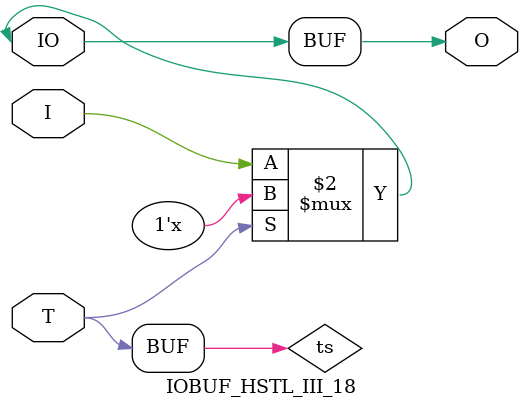
<source format=v>

/*

FUNCTION	: INPUT TRI-STATE OUTPUT BUFFER

*/

`celldefine
`timescale  100 ps / 10 ps

module IOBUF_HSTL_III_18 (O, IO, I, T);

    output O;

    inout  IO;

    input  I, T;

    or O1 (ts, 1'b0, T);
    bufif0 T1 (IO, I, ts);

    buf B1 (O, IO);

endmodule

</source>
